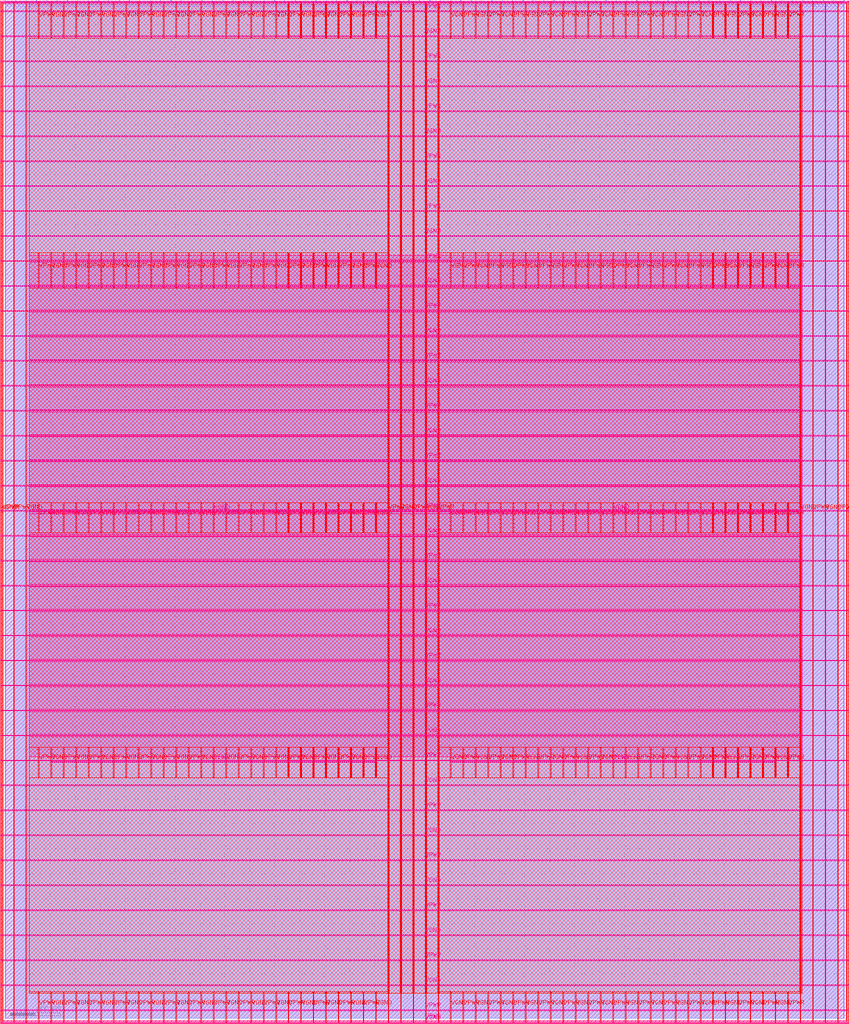
<source format=lef>
VERSION 5.7 ;
  NOWIREEXTENSIONATPIN ON ;
  DIVIDERCHAR "/" ;
  BUSBITCHARS "[]" ;
MACRO SRAM16K
  CLASS BLOCK ;
  FOREIGN SRAM16K ;
  ORIGIN 0.000 0.000 ;
  SIZE 1700.000 BY 2050.000 ;
  PIN VGND
    DIRECTION INPUT ;
    USE GROUND ;
    PORT
      LAYER met5 ;
        RECT 0.940 0.780 1698.760 2.380 ;
    END
    PORT
      LAYER met5 ;
        RECT 0.940 76.490 1698.760 78.090 ;
    END
    PORT
      LAYER met5 ;
        RECT 0.940 176.490 1698.760 178.090 ;
    END
    PORT
      LAYER met5 ;
        RECT 0.940 276.490 1698.760 278.090 ;
    END
    PORT
      LAYER met5 ;
        RECT 0.940 376.490 1698.760 378.090 ;
    END
    PORT
      LAYER met5 ;
        RECT 0.940 476.490 1698.760 478.090 ;
    END
    PORT
      LAYER met5 ;
        RECT 101.560 523.290 753.160 524.890 ;
    END
    PORT
      LAYER met5 ;
        RECT 901.560 523.290 1553.160 524.890 ;
    END
    PORT
      LAYER met5 ;
        RECT 0.940 576.490 1698.760 578.090 ;
    END
    PORT
      LAYER met5 ;
        RECT 0.940 676.490 1698.760 678.090 ;
    END
    PORT
      LAYER met5 ;
        RECT 0.940 776.490 1698.760 778.090 ;
    END
    PORT
      LAYER met5 ;
        RECT 0.940 876.490 1698.760 878.090 ;
    END
    PORT
      LAYER met5 ;
        RECT 0.940 976.490 1698.760 978.090 ;
    END
    PORT
      LAYER met5 ;
        RECT 101.560 1023.290 753.160 1024.890 ;
    END
    PORT
      LAYER met5 ;
        RECT 901.560 1023.290 1553.160 1024.890 ;
    END
    PORT
      LAYER met5 ;
        RECT 0.940 1076.490 1698.760 1078.090 ;
    END
    PORT
      LAYER met5 ;
        RECT 0.940 1176.490 1698.760 1178.090 ;
    END
    PORT
      LAYER met5 ;
        RECT 0.940 1276.490 1698.760 1278.090 ;
    END
    PORT
      LAYER met5 ;
        RECT 0.940 1376.490 1698.760 1378.090 ;
    END
    PORT
      LAYER met5 ;
        RECT 0.940 1476.490 1698.760 1478.090 ;
    END
    PORT
      LAYER met5 ;
        RECT 0.940 1576.490 1698.760 1578.090 ;
    END
    PORT
      LAYER met5 ;
        RECT 0.940 1676.490 1698.760 1678.090 ;
    END
    PORT
      LAYER met5 ;
        RECT 0.940 1776.490 1698.760 1778.090 ;
    END
    PORT
      LAYER met5 ;
        RECT 0.940 1876.490 1698.760 1878.090 ;
    END
    PORT
      LAYER met5 ;
        RECT 0.940 1976.490 1698.760 1978.090 ;
    END
    PORT
      LAYER met5 ;
        RECT 0.940 2045.780 1698.760 2047.380 ;
    END
    PORT
      LAYER met4 ;
        RECT 101.560 0.780 103.160 63.240 ;
    END
    PORT
      LAYER met4 ;
        RECT 151.560 0.780 153.160 63.240 ;
    END
    PORT
      LAYER met4 ;
        RECT 201.560 0.780 203.160 63.240 ;
    END
    PORT
      LAYER met4 ;
        RECT 251.560 0.780 253.160 63.240 ;
    END
    PORT
      LAYER met4 ;
        RECT 301.560 0.780 303.160 63.240 ;
    END
    PORT
      LAYER met4 ;
        RECT 351.560 0.780 353.160 63.240 ;
    END
    PORT
      LAYER met4 ;
        RECT 401.560 0.780 403.160 63.240 ;
    END
    PORT
      LAYER met4 ;
        RECT 451.560 0.780 453.160 63.240 ;
    END
    PORT
      LAYER met4 ;
        RECT 501.560 0.780 503.160 63.240 ;
    END
    PORT
      LAYER met4 ;
        RECT 551.560 0.780 553.160 63.240 ;
    END
    PORT
      LAYER met4 ;
        RECT 601.560 0.780 603.160 63.240 ;
    END
    PORT
      LAYER met4 ;
        RECT 651.560 0.780 653.160 63.240 ;
    END
    PORT
      LAYER met4 ;
        RECT 701.560 0.780 703.160 63.240 ;
    END
    PORT
      LAYER met4 ;
        RECT 751.560 0.780 753.160 63.240 ;
    END
    PORT
      LAYER met4 ;
        RECT 901.560 0.780 903.160 63.240 ;
    END
    PORT
      LAYER met4 ;
        RECT 951.560 0.780 953.160 63.240 ;
    END
    PORT
      LAYER met4 ;
        RECT 1001.560 0.780 1003.160 63.240 ;
    END
    PORT
      LAYER met4 ;
        RECT 1051.560 0.780 1053.160 63.240 ;
    END
    PORT
      LAYER met4 ;
        RECT 1101.560 0.780 1103.160 63.240 ;
    END
    PORT
      LAYER met4 ;
        RECT 1151.560 0.780 1153.160 63.240 ;
    END
    PORT
      LAYER met4 ;
        RECT 1201.560 0.780 1203.160 63.240 ;
    END
    PORT
      LAYER met4 ;
        RECT 1251.560 0.780 1253.160 63.240 ;
    END
    PORT
      LAYER met4 ;
        RECT 1301.560 0.780 1303.160 63.240 ;
    END
    PORT
      LAYER met4 ;
        RECT 1351.560 0.780 1353.160 63.240 ;
    END
    PORT
      LAYER met4 ;
        RECT 1401.560 0.780 1403.160 63.240 ;
    END
    PORT
      LAYER met4 ;
        RECT 1451.560 0.780 1453.160 63.240 ;
    END
    PORT
      LAYER met4 ;
        RECT 1501.560 0.780 1503.160 63.240 ;
    END
    PORT
      LAYER met4 ;
        RECT 1551.560 0.780 1553.160 63.240 ;
    END
    PORT
      LAYER met4 ;
        RECT 101.560 493.300 103.160 553.240 ;
    END
    PORT
      LAYER met4 ;
        RECT 151.560 493.300 153.160 553.240 ;
    END
    PORT
      LAYER met4 ;
        RECT 201.560 493.300 203.160 553.240 ;
    END
    PORT
      LAYER met4 ;
        RECT 251.560 493.300 253.160 553.240 ;
    END
    PORT
      LAYER met4 ;
        RECT 301.560 493.300 303.160 553.240 ;
    END
    PORT
      LAYER met4 ;
        RECT 351.560 493.300 353.160 553.240 ;
    END
    PORT
      LAYER met4 ;
        RECT 401.560 493.300 403.160 553.240 ;
    END
    PORT
      LAYER met4 ;
        RECT 451.560 493.300 453.160 553.240 ;
    END
    PORT
      LAYER met4 ;
        RECT 501.560 493.300 503.160 553.240 ;
    END
    PORT
      LAYER met4 ;
        RECT 551.560 493.300 553.160 553.240 ;
    END
    PORT
      LAYER met4 ;
        RECT 601.560 493.300 603.160 553.240 ;
    END
    PORT
      LAYER met4 ;
        RECT 651.560 493.300 653.160 553.240 ;
    END
    PORT
      LAYER met4 ;
        RECT 701.560 493.300 703.160 553.240 ;
    END
    PORT
      LAYER met4 ;
        RECT 751.560 493.300 753.160 553.240 ;
    END
    PORT
      LAYER met4 ;
        RECT 901.560 493.300 903.160 553.240 ;
    END
    PORT
      LAYER met4 ;
        RECT 951.560 493.300 953.160 553.240 ;
    END
    PORT
      LAYER met4 ;
        RECT 1001.560 493.300 1003.160 553.240 ;
    END
    PORT
      LAYER met4 ;
        RECT 1051.560 493.300 1053.160 553.240 ;
    END
    PORT
      LAYER met4 ;
        RECT 1101.560 493.300 1103.160 553.240 ;
    END
    PORT
      LAYER met4 ;
        RECT 1151.560 493.300 1153.160 553.240 ;
    END
    PORT
      LAYER met4 ;
        RECT 1201.560 493.300 1203.160 553.240 ;
    END
    PORT
      LAYER met4 ;
        RECT 1251.560 493.300 1253.160 553.240 ;
    END
    PORT
      LAYER met4 ;
        RECT 1301.560 493.300 1303.160 553.240 ;
    END
    PORT
      LAYER met4 ;
        RECT 1351.560 493.300 1353.160 553.240 ;
    END
    PORT
      LAYER met4 ;
        RECT 1401.560 493.300 1403.160 553.240 ;
    END
    PORT
      LAYER met4 ;
        RECT 1451.560 493.300 1453.160 553.240 ;
    END
    PORT
      LAYER met4 ;
        RECT 1501.560 493.300 1503.160 553.240 ;
    END
    PORT
      LAYER met4 ;
        RECT 1551.560 493.300 1553.160 553.240 ;
    END
    PORT
      LAYER met4 ;
        RECT 101.560 983.300 103.160 1043.240 ;
    END
    PORT
      LAYER met4 ;
        RECT 151.560 983.300 153.160 1043.240 ;
    END
    PORT
      LAYER met4 ;
        RECT 201.560 983.300 203.160 1043.240 ;
    END
    PORT
      LAYER met4 ;
        RECT 251.560 983.300 253.160 1043.240 ;
    END
    PORT
      LAYER met4 ;
        RECT 301.560 983.300 303.160 1043.240 ;
    END
    PORT
      LAYER met4 ;
        RECT 351.560 983.300 353.160 1043.240 ;
    END
    PORT
      LAYER met4 ;
        RECT 401.560 983.300 403.160 1043.240 ;
    END
    PORT
      LAYER met4 ;
        RECT 451.560 983.300 453.160 1043.240 ;
    END
    PORT
      LAYER met4 ;
        RECT 501.560 983.300 503.160 1043.240 ;
    END
    PORT
      LAYER met4 ;
        RECT 551.560 983.300 553.160 1043.240 ;
    END
    PORT
      LAYER met4 ;
        RECT 601.560 983.300 603.160 1043.240 ;
    END
    PORT
      LAYER met4 ;
        RECT 651.560 983.300 653.160 1043.240 ;
    END
    PORT
      LAYER met4 ;
        RECT 701.560 983.300 703.160 1043.240 ;
    END
    PORT
      LAYER met4 ;
        RECT 751.560 983.300 753.160 1043.240 ;
    END
    PORT
      LAYER met4 ;
        RECT 901.560 983.300 903.160 1043.240 ;
    END
    PORT
      LAYER met4 ;
        RECT 951.560 983.300 953.160 1043.240 ;
    END
    PORT
      LAYER met4 ;
        RECT 1001.560 983.300 1003.160 1043.240 ;
    END
    PORT
      LAYER met4 ;
        RECT 1051.560 983.300 1053.160 1043.240 ;
    END
    PORT
      LAYER met4 ;
        RECT 1101.560 983.300 1103.160 1043.240 ;
    END
    PORT
      LAYER met4 ;
        RECT 1151.560 983.300 1153.160 1043.240 ;
    END
    PORT
      LAYER met4 ;
        RECT 1201.560 983.300 1203.160 1043.240 ;
    END
    PORT
      LAYER met4 ;
        RECT 1251.560 983.300 1253.160 1043.240 ;
    END
    PORT
      LAYER met4 ;
        RECT 1301.560 983.300 1303.160 1043.240 ;
    END
    PORT
      LAYER met4 ;
        RECT 1351.560 983.300 1353.160 1043.240 ;
    END
    PORT
      LAYER met4 ;
        RECT 1401.560 983.300 1403.160 1043.240 ;
    END
    PORT
      LAYER met4 ;
        RECT 1451.560 983.300 1453.160 1043.240 ;
    END
    PORT
      LAYER met4 ;
        RECT 1501.560 983.300 1503.160 1043.240 ;
    END
    PORT
      LAYER met4 ;
        RECT 1551.560 983.300 1553.160 1043.240 ;
    END
    PORT
      LAYER met4 ;
        RECT 101.560 1473.300 103.160 1543.240 ;
    END
    PORT
      LAYER met4 ;
        RECT 151.560 1473.300 153.160 1543.240 ;
    END
    PORT
      LAYER met4 ;
        RECT 201.560 1473.300 203.160 1543.240 ;
    END
    PORT
      LAYER met4 ;
        RECT 251.560 1473.300 253.160 1543.240 ;
    END
    PORT
      LAYER met4 ;
        RECT 301.560 1473.300 303.160 1543.240 ;
    END
    PORT
      LAYER met4 ;
        RECT 351.560 1473.300 353.160 1543.240 ;
    END
    PORT
      LAYER met4 ;
        RECT 401.560 1473.300 403.160 1543.240 ;
    END
    PORT
      LAYER met4 ;
        RECT 451.560 1473.300 453.160 1543.240 ;
    END
    PORT
      LAYER met4 ;
        RECT 501.560 1473.300 503.160 1543.240 ;
    END
    PORT
      LAYER met4 ;
        RECT 551.560 1473.300 553.160 1543.240 ;
    END
    PORT
      LAYER met4 ;
        RECT 601.560 1473.300 603.160 1543.240 ;
    END
    PORT
      LAYER met4 ;
        RECT 651.560 1473.300 653.160 1543.240 ;
    END
    PORT
      LAYER met4 ;
        RECT 701.560 1473.300 703.160 1543.240 ;
    END
    PORT
      LAYER met4 ;
        RECT 751.560 1473.300 753.160 1543.240 ;
    END
    PORT
      LAYER met4 ;
        RECT 901.560 1473.300 903.160 1543.240 ;
    END
    PORT
      LAYER met4 ;
        RECT 951.560 1473.300 953.160 1543.240 ;
    END
    PORT
      LAYER met4 ;
        RECT 1001.560 1473.300 1003.160 1543.240 ;
    END
    PORT
      LAYER met4 ;
        RECT 1051.560 1473.300 1053.160 1543.240 ;
    END
    PORT
      LAYER met4 ;
        RECT 1101.560 1473.300 1103.160 1543.240 ;
    END
    PORT
      LAYER met4 ;
        RECT 1151.560 1473.300 1153.160 1543.240 ;
    END
    PORT
      LAYER met4 ;
        RECT 1201.560 1473.300 1203.160 1543.240 ;
    END
    PORT
      LAYER met4 ;
        RECT 1251.560 1473.300 1253.160 1543.240 ;
    END
    PORT
      LAYER met4 ;
        RECT 1301.560 1473.300 1303.160 1543.240 ;
    END
    PORT
      LAYER met4 ;
        RECT 1351.560 1473.300 1353.160 1543.240 ;
    END
    PORT
      LAYER met4 ;
        RECT 1401.560 1473.300 1403.160 1543.240 ;
    END
    PORT
      LAYER met4 ;
        RECT 1451.560 1473.300 1453.160 1543.240 ;
    END
    PORT
      LAYER met4 ;
        RECT 1501.560 1473.300 1503.160 1543.240 ;
    END
    PORT
      LAYER met4 ;
        RECT 1551.560 1473.300 1553.160 1543.240 ;
    END
    PORT
      LAYER met4 ;
        RECT 0.940 0.780 2.540 2047.380 ;
    END
    PORT
      LAYER met4 ;
        RECT 51.560 0.780 53.160 2047.380 ;
    END
    PORT
      LAYER met4 ;
        RECT 101.560 1973.300 103.160 2047.380 ;
    END
    PORT
      LAYER met4 ;
        RECT 151.560 1973.300 153.160 2047.380 ;
    END
    PORT
      LAYER met4 ;
        RECT 201.560 1973.300 203.160 2047.380 ;
    END
    PORT
      LAYER met4 ;
        RECT 251.560 1973.300 253.160 2047.380 ;
    END
    PORT
      LAYER met4 ;
        RECT 301.560 1973.300 303.160 2047.380 ;
    END
    PORT
      LAYER met4 ;
        RECT 351.560 1973.300 353.160 2047.380 ;
    END
    PORT
      LAYER met4 ;
        RECT 401.560 1973.300 403.160 2047.380 ;
    END
    PORT
      LAYER met4 ;
        RECT 451.560 1973.300 453.160 2047.380 ;
    END
    PORT
      LAYER met4 ;
        RECT 501.560 1973.300 503.160 2047.380 ;
    END
    PORT
      LAYER met4 ;
        RECT 551.560 1973.300 553.160 2047.380 ;
    END
    PORT
      LAYER met4 ;
        RECT 601.560 1973.300 603.160 2047.380 ;
    END
    PORT
      LAYER met4 ;
        RECT 651.560 1973.300 653.160 2047.380 ;
    END
    PORT
      LAYER met4 ;
        RECT 701.560 1973.300 703.160 2047.380 ;
    END
    PORT
      LAYER met4 ;
        RECT 751.560 1973.300 753.160 2047.380 ;
    END
    PORT
      LAYER met4 ;
        RECT 801.560 0.780 803.160 2047.380 ;
    END
    PORT
      LAYER met4 ;
        RECT 851.560 0.780 853.160 2047.380 ;
    END
    PORT
      LAYER met4 ;
        RECT 901.560 1973.300 903.160 2047.380 ;
    END
    PORT
      LAYER met4 ;
        RECT 951.560 1973.300 953.160 2047.380 ;
    END
    PORT
      LAYER met4 ;
        RECT 1001.560 1973.300 1003.160 2047.380 ;
    END
    PORT
      LAYER met4 ;
        RECT 1051.560 1973.300 1053.160 2047.380 ;
    END
    PORT
      LAYER met4 ;
        RECT 1101.560 1973.300 1103.160 2047.380 ;
    END
    PORT
      LAYER met4 ;
        RECT 1151.560 1973.300 1153.160 2047.380 ;
    END
    PORT
      LAYER met4 ;
        RECT 1201.560 1973.300 1203.160 2047.380 ;
    END
    PORT
      LAYER met4 ;
        RECT 1251.560 1973.300 1253.160 2047.380 ;
    END
    PORT
      LAYER met4 ;
        RECT 1301.560 1973.300 1303.160 2047.380 ;
    END
    PORT
      LAYER met4 ;
        RECT 1351.560 1973.300 1353.160 2047.380 ;
    END
    PORT
      LAYER met4 ;
        RECT 1401.560 1973.300 1403.160 2047.380 ;
    END
    PORT
      LAYER met4 ;
        RECT 1451.560 1973.300 1453.160 2047.380 ;
    END
    PORT
      LAYER met4 ;
        RECT 1501.560 1973.300 1503.160 2047.380 ;
    END
    PORT
      LAYER met4 ;
        RECT 1551.560 1973.300 1553.160 2047.380 ;
    END
    PORT
      LAYER met4 ;
        RECT 1601.560 0.780 1603.160 2047.380 ;
    END
    PORT
      LAYER met4 ;
        RECT 1651.560 0.780 1653.160 2047.380 ;
    END
    PORT
      LAYER met4 ;
        RECT 1697.160 0.780 1698.760 2047.380 ;
    END
  END VGND
  PIN VPWR
    DIRECTION INPUT ;
    USE POWER ;
    PORT
      LAYER met5 ;
        RECT 4.240 4.080 1695.460 5.680 ;
    END
    PORT
      LAYER met5 ;
        RECT 0.940 26.490 1698.760 28.090 ;
    END
    PORT
      LAYER met5 ;
        RECT 0.940 126.490 1698.760 128.090 ;
    END
    PORT
      LAYER met5 ;
        RECT 0.940 226.490 1698.760 228.090 ;
    END
    PORT
      LAYER met5 ;
        RECT 0.940 326.490 1698.760 328.090 ;
    END
    PORT
      LAYER met5 ;
        RECT 0.940 426.490 1698.760 428.090 ;
    END
    PORT
      LAYER met5 ;
        RECT 0.940 526.490 1698.760 528.090 ;
    END
    PORT
      LAYER met5 ;
        RECT 0.940 626.490 1698.760 628.090 ;
    END
    PORT
      LAYER met5 ;
        RECT 0.940 726.490 1698.760 728.090 ;
    END
    PORT
      LAYER met5 ;
        RECT 0.940 826.490 1698.760 828.090 ;
    END
    PORT
      LAYER met5 ;
        RECT 0.940 926.490 1698.760 928.090 ;
    END
    PORT
      LAYER met5 ;
        RECT 0.940 1026.490 1698.760 1028.090 ;
    END
    PORT
      LAYER met5 ;
        RECT 0.940 1126.490 1698.760 1128.090 ;
    END
    PORT
      LAYER met5 ;
        RECT 0.940 1226.490 1698.760 1228.090 ;
    END
    PORT
      LAYER met5 ;
        RECT 0.940 1326.490 1698.760 1328.090 ;
    END
    PORT
      LAYER met5 ;
        RECT 0.940 1426.490 1698.760 1428.090 ;
    END
    PORT
      LAYER met5 ;
        RECT 0.940 1526.490 1698.760 1528.090 ;
    END
    PORT
      LAYER met5 ;
        RECT 0.940 1626.490 1698.760 1628.090 ;
    END
    PORT
      LAYER met5 ;
        RECT 0.940 1726.490 1698.760 1728.090 ;
    END
    PORT
      LAYER met5 ;
        RECT 0.940 1826.490 1698.760 1828.090 ;
    END
    PORT
      LAYER met5 ;
        RECT 0.940 1926.490 1698.760 1928.090 ;
    END
    PORT
      LAYER met5 ;
        RECT 0.940 2026.490 1698.760 2028.090 ;
    END
    PORT
      LAYER met5 ;
        RECT 4.240 2042.480 1695.460 2044.080 ;
    END
    PORT
      LAYER met4 ;
        RECT 76.560 0.780 78.160 63.240 ;
    END
    PORT
      LAYER met4 ;
        RECT 126.560 0.780 128.160 63.240 ;
    END
    PORT
      LAYER met4 ;
        RECT 176.560 0.780 178.160 63.240 ;
    END
    PORT
      LAYER met4 ;
        RECT 226.560 0.780 228.160 63.240 ;
    END
    PORT
      LAYER met4 ;
        RECT 276.560 0.780 278.160 63.240 ;
    END
    PORT
      LAYER met4 ;
        RECT 326.560 0.780 328.160 63.240 ;
    END
    PORT
      LAYER met4 ;
        RECT 376.560 0.780 378.160 63.240 ;
    END
    PORT
      LAYER met4 ;
        RECT 426.560 0.780 428.160 63.240 ;
    END
    PORT
      LAYER met4 ;
        RECT 476.560 0.780 478.160 63.240 ;
    END
    PORT
      LAYER met4 ;
        RECT 526.560 0.780 528.160 63.240 ;
    END
    PORT
      LAYER met4 ;
        RECT 576.560 0.780 578.160 63.240 ;
    END
    PORT
      LAYER met4 ;
        RECT 626.560 0.780 628.160 63.240 ;
    END
    PORT
      LAYER met4 ;
        RECT 676.560 0.780 678.160 63.240 ;
    END
    PORT
      LAYER met4 ;
        RECT 726.560 0.780 728.160 63.240 ;
    END
    PORT
      LAYER met4 ;
        RECT 926.560 0.780 928.160 63.240 ;
    END
    PORT
      LAYER met4 ;
        RECT 976.560 0.780 978.160 63.240 ;
    END
    PORT
      LAYER met4 ;
        RECT 1026.560 0.780 1028.160 63.240 ;
    END
    PORT
      LAYER met4 ;
        RECT 1076.560 0.780 1078.160 63.240 ;
    END
    PORT
      LAYER met4 ;
        RECT 1126.560 0.780 1128.160 63.240 ;
    END
    PORT
      LAYER met4 ;
        RECT 1176.560 0.780 1178.160 63.240 ;
    END
    PORT
      LAYER met4 ;
        RECT 1226.560 0.780 1228.160 63.240 ;
    END
    PORT
      LAYER met4 ;
        RECT 1276.560 0.780 1278.160 63.240 ;
    END
    PORT
      LAYER met4 ;
        RECT 1326.560 0.780 1328.160 63.240 ;
    END
    PORT
      LAYER met4 ;
        RECT 1376.560 0.780 1378.160 63.240 ;
    END
    PORT
      LAYER met4 ;
        RECT 1426.560 0.780 1428.160 63.240 ;
    END
    PORT
      LAYER met4 ;
        RECT 1476.560 0.780 1478.160 63.240 ;
    END
    PORT
      LAYER met4 ;
        RECT 1526.560 0.780 1528.160 63.240 ;
    END
    PORT
      LAYER met4 ;
        RECT 1576.560 0.780 1578.160 63.240 ;
    END
    PORT
      LAYER met4 ;
        RECT 76.560 493.300 78.160 553.240 ;
    END
    PORT
      LAYER met4 ;
        RECT 126.560 493.300 128.160 553.240 ;
    END
    PORT
      LAYER met4 ;
        RECT 176.560 493.300 178.160 553.240 ;
    END
    PORT
      LAYER met4 ;
        RECT 226.560 493.300 228.160 553.240 ;
    END
    PORT
      LAYER met4 ;
        RECT 276.560 493.300 278.160 553.240 ;
    END
    PORT
      LAYER met4 ;
        RECT 326.560 493.300 328.160 553.240 ;
    END
    PORT
      LAYER met4 ;
        RECT 376.560 493.300 378.160 553.240 ;
    END
    PORT
      LAYER met4 ;
        RECT 426.560 493.300 428.160 553.240 ;
    END
    PORT
      LAYER met4 ;
        RECT 476.560 493.300 478.160 553.240 ;
    END
    PORT
      LAYER met4 ;
        RECT 526.560 493.300 528.160 553.240 ;
    END
    PORT
      LAYER met4 ;
        RECT 576.560 493.300 578.160 553.240 ;
    END
    PORT
      LAYER met4 ;
        RECT 626.560 493.300 628.160 553.240 ;
    END
    PORT
      LAYER met4 ;
        RECT 676.560 493.300 678.160 553.240 ;
    END
    PORT
      LAYER met4 ;
        RECT 726.560 493.300 728.160 553.240 ;
    END
    PORT
      LAYER met4 ;
        RECT 926.560 493.300 928.160 553.240 ;
    END
    PORT
      LAYER met4 ;
        RECT 976.560 493.300 978.160 553.240 ;
    END
    PORT
      LAYER met4 ;
        RECT 1026.560 493.300 1028.160 553.240 ;
    END
    PORT
      LAYER met4 ;
        RECT 1076.560 493.300 1078.160 553.240 ;
    END
    PORT
      LAYER met4 ;
        RECT 1126.560 493.300 1128.160 553.240 ;
    END
    PORT
      LAYER met4 ;
        RECT 1176.560 493.300 1178.160 553.240 ;
    END
    PORT
      LAYER met4 ;
        RECT 1226.560 493.300 1228.160 553.240 ;
    END
    PORT
      LAYER met4 ;
        RECT 1276.560 493.300 1278.160 553.240 ;
    END
    PORT
      LAYER met4 ;
        RECT 1326.560 493.300 1328.160 553.240 ;
    END
    PORT
      LAYER met4 ;
        RECT 1376.560 493.300 1378.160 553.240 ;
    END
    PORT
      LAYER met4 ;
        RECT 1426.560 493.300 1428.160 553.240 ;
    END
    PORT
      LAYER met4 ;
        RECT 1476.560 493.300 1478.160 553.240 ;
    END
    PORT
      LAYER met4 ;
        RECT 1526.560 493.300 1528.160 553.240 ;
    END
    PORT
      LAYER met4 ;
        RECT 1576.560 493.300 1578.160 553.240 ;
    END
    PORT
      LAYER met4 ;
        RECT 76.560 983.300 78.160 1043.240 ;
    END
    PORT
      LAYER met4 ;
        RECT 126.560 983.300 128.160 1043.240 ;
    END
    PORT
      LAYER met4 ;
        RECT 176.560 983.300 178.160 1043.240 ;
    END
    PORT
      LAYER met4 ;
        RECT 226.560 983.300 228.160 1043.240 ;
    END
    PORT
      LAYER met4 ;
        RECT 276.560 983.300 278.160 1043.240 ;
    END
    PORT
      LAYER met4 ;
        RECT 326.560 983.300 328.160 1043.240 ;
    END
    PORT
      LAYER met4 ;
        RECT 376.560 983.300 378.160 1043.240 ;
    END
    PORT
      LAYER met4 ;
        RECT 426.560 983.300 428.160 1043.240 ;
    END
    PORT
      LAYER met4 ;
        RECT 476.560 983.300 478.160 1043.240 ;
    END
    PORT
      LAYER met4 ;
        RECT 526.560 983.300 528.160 1043.240 ;
    END
    PORT
      LAYER met4 ;
        RECT 576.560 983.300 578.160 1043.240 ;
    END
    PORT
      LAYER met4 ;
        RECT 626.560 983.300 628.160 1043.240 ;
    END
    PORT
      LAYER met4 ;
        RECT 676.560 983.300 678.160 1043.240 ;
    END
    PORT
      LAYER met4 ;
        RECT 726.560 983.300 728.160 1043.240 ;
    END
    PORT
      LAYER met4 ;
        RECT 926.560 983.300 928.160 1043.240 ;
    END
    PORT
      LAYER met4 ;
        RECT 976.560 983.300 978.160 1043.240 ;
    END
    PORT
      LAYER met4 ;
        RECT 1026.560 983.300 1028.160 1043.240 ;
    END
    PORT
      LAYER met4 ;
        RECT 1076.560 983.300 1078.160 1043.240 ;
    END
    PORT
      LAYER met4 ;
        RECT 1126.560 983.300 1128.160 1043.240 ;
    END
    PORT
      LAYER met4 ;
        RECT 1176.560 983.300 1178.160 1043.240 ;
    END
    PORT
      LAYER met4 ;
        RECT 1226.560 983.300 1228.160 1043.240 ;
    END
    PORT
      LAYER met4 ;
        RECT 1276.560 983.300 1278.160 1043.240 ;
    END
    PORT
      LAYER met4 ;
        RECT 1326.560 983.300 1328.160 1043.240 ;
    END
    PORT
      LAYER met4 ;
        RECT 1376.560 983.300 1378.160 1043.240 ;
    END
    PORT
      LAYER met4 ;
        RECT 1426.560 983.300 1428.160 1043.240 ;
    END
    PORT
      LAYER met4 ;
        RECT 1476.560 983.300 1478.160 1043.240 ;
    END
    PORT
      LAYER met4 ;
        RECT 1526.560 983.300 1528.160 1043.240 ;
    END
    PORT
      LAYER met4 ;
        RECT 1576.560 983.300 1578.160 1043.240 ;
    END
    PORT
      LAYER met4 ;
        RECT 76.560 1473.300 78.160 1543.240 ;
    END
    PORT
      LAYER met4 ;
        RECT 126.560 1473.300 128.160 1543.240 ;
    END
    PORT
      LAYER met4 ;
        RECT 176.560 1473.300 178.160 1543.240 ;
    END
    PORT
      LAYER met4 ;
        RECT 226.560 1473.300 228.160 1543.240 ;
    END
    PORT
      LAYER met4 ;
        RECT 276.560 1473.300 278.160 1543.240 ;
    END
    PORT
      LAYER met4 ;
        RECT 326.560 1473.300 328.160 1543.240 ;
    END
    PORT
      LAYER met4 ;
        RECT 376.560 1473.300 378.160 1543.240 ;
    END
    PORT
      LAYER met4 ;
        RECT 426.560 1473.300 428.160 1543.240 ;
    END
    PORT
      LAYER met4 ;
        RECT 476.560 1473.300 478.160 1543.240 ;
    END
    PORT
      LAYER met4 ;
        RECT 526.560 1473.300 528.160 1543.240 ;
    END
    PORT
      LAYER met4 ;
        RECT 576.560 1473.300 578.160 1543.240 ;
    END
    PORT
      LAYER met4 ;
        RECT 626.560 1473.300 628.160 1543.240 ;
    END
    PORT
      LAYER met4 ;
        RECT 676.560 1473.300 678.160 1543.240 ;
    END
    PORT
      LAYER met4 ;
        RECT 726.560 1473.300 728.160 1543.240 ;
    END
    PORT
      LAYER met4 ;
        RECT 926.560 1473.300 928.160 1543.240 ;
    END
    PORT
      LAYER met4 ;
        RECT 976.560 1473.300 978.160 1543.240 ;
    END
    PORT
      LAYER met4 ;
        RECT 1026.560 1473.300 1028.160 1543.240 ;
    END
    PORT
      LAYER met4 ;
        RECT 1076.560 1473.300 1078.160 1543.240 ;
    END
    PORT
      LAYER met4 ;
        RECT 1126.560 1473.300 1128.160 1543.240 ;
    END
    PORT
      LAYER met4 ;
        RECT 1176.560 1473.300 1178.160 1543.240 ;
    END
    PORT
      LAYER met4 ;
        RECT 1226.560 1473.300 1228.160 1543.240 ;
    END
    PORT
      LAYER met4 ;
        RECT 1276.560 1473.300 1278.160 1543.240 ;
    END
    PORT
      LAYER met4 ;
        RECT 1326.560 1473.300 1328.160 1543.240 ;
    END
    PORT
      LAYER met4 ;
        RECT 1376.560 1473.300 1378.160 1543.240 ;
    END
    PORT
      LAYER met4 ;
        RECT 1426.560 1473.300 1428.160 1543.240 ;
    END
    PORT
      LAYER met4 ;
        RECT 1476.560 1473.300 1478.160 1543.240 ;
    END
    PORT
      LAYER met4 ;
        RECT 1526.560 1473.300 1528.160 1543.240 ;
    END
    PORT
      LAYER met4 ;
        RECT 1576.560 1473.300 1578.160 1543.240 ;
    END
    PORT
      LAYER met4 ;
        RECT 4.240 4.080 5.840 2044.080 ;
    END
    PORT
      LAYER met4 ;
        RECT 1693.860 4.080 1695.460 2044.080 ;
    END
    PORT
      LAYER met4 ;
        RECT 26.560 0.780 28.160 2047.380 ;
    END
    PORT
      LAYER met4 ;
        RECT 76.560 1973.300 78.160 2047.380 ;
    END
    PORT
      LAYER met4 ;
        RECT 126.560 1973.300 128.160 2047.380 ;
    END
    PORT
      LAYER met4 ;
        RECT 176.560 1973.300 178.160 2047.380 ;
    END
    PORT
      LAYER met4 ;
        RECT 226.560 1973.300 228.160 2047.380 ;
    END
    PORT
      LAYER met4 ;
        RECT 276.560 1973.300 278.160 2047.380 ;
    END
    PORT
      LAYER met4 ;
        RECT 326.560 1973.300 328.160 2047.380 ;
    END
    PORT
      LAYER met4 ;
        RECT 376.560 1973.300 378.160 2047.380 ;
    END
    PORT
      LAYER met4 ;
        RECT 426.560 1973.300 428.160 2047.380 ;
    END
    PORT
      LAYER met4 ;
        RECT 476.560 1973.300 478.160 2047.380 ;
    END
    PORT
      LAYER met4 ;
        RECT 526.560 1973.300 528.160 2047.380 ;
    END
    PORT
      LAYER met4 ;
        RECT 576.560 1973.300 578.160 2047.380 ;
    END
    PORT
      LAYER met4 ;
        RECT 626.560 1973.300 628.160 2047.380 ;
    END
    PORT
      LAYER met4 ;
        RECT 676.560 1973.300 678.160 2047.380 ;
    END
    PORT
      LAYER met4 ;
        RECT 726.560 1973.300 728.160 2047.380 ;
    END
    PORT
      LAYER met4 ;
        RECT 776.560 0.780 778.160 2047.380 ;
    END
    PORT
      LAYER met4 ;
        RECT 826.560 0.780 828.160 2047.380 ;
    END
    PORT
      LAYER met4 ;
        RECT 876.560 0.780 878.160 2047.380 ;
    END
    PORT
      LAYER met4 ;
        RECT 926.560 1973.300 928.160 2047.380 ;
    END
    PORT
      LAYER met4 ;
        RECT 976.560 1973.300 978.160 2047.380 ;
    END
    PORT
      LAYER met4 ;
        RECT 1026.560 1973.300 1028.160 2047.380 ;
    END
    PORT
      LAYER met4 ;
        RECT 1076.560 1973.300 1078.160 2047.380 ;
    END
    PORT
      LAYER met4 ;
        RECT 1126.560 1973.300 1128.160 2047.380 ;
    END
    PORT
      LAYER met4 ;
        RECT 1176.560 1973.300 1178.160 2047.380 ;
    END
    PORT
      LAYER met4 ;
        RECT 1226.560 1973.300 1228.160 2047.380 ;
    END
    PORT
      LAYER met4 ;
        RECT 1276.560 1973.300 1278.160 2047.380 ;
    END
    PORT
      LAYER met4 ;
        RECT 1326.560 1973.300 1328.160 2047.380 ;
    END
    PORT
      LAYER met4 ;
        RECT 1376.560 1973.300 1378.160 2047.380 ;
    END
    PORT
      LAYER met4 ;
        RECT 1426.560 1973.300 1428.160 2047.380 ;
    END
    PORT
      LAYER met4 ;
        RECT 1476.560 1973.300 1478.160 2047.380 ;
    END
    PORT
      LAYER met4 ;
        RECT 1526.560 1973.300 1528.160 2047.380 ;
    END
    PORT
      LAYER met4 ;
        RECT 1576.560 1973.300 1578.160 2047.380 ;
    END
    PORT
      LAYER met4 ;
        RECT 1626.560 0.780 1628.160 2047.380 ;
    END
    PORT
      LAYER met4 ;
        RECT 1676.560 0.780 1678.160 2047.380 ;
    END
  END VPWR
  PIN addr[0]
    DIRECTION INPUT ;
    USE SIGNAL ;
    PORT
      LAYER met2 ;
        RECT 1461.510 2046.000 1461.790 2050.000 ;
    END
  END addr[0]
  PIN addr[10]
    DIRECTION INPUT ;
    USE SIGNAL ;
    PORT
      LAYER met2 ;
        RECT 1668.510 2046.000 1668.790 2050.000 ;
    END
  END addr[10]
  PIN addr[11]
    DIRECTION INPUT ;
    USE SIGNAL ;
    PORT
      LAYER met2 ;
        RECT 1689.210 2046.000 1689.490 2050.000 ;
    END
  END addr[11]
  PIN addr[1]
    DIRECTION INPUT ;
    USE SIGNAL ;
    PORT
      LAYER met2 ;
        RECT 1482.210 2046.000 1482.490 2050.000 ;
    END
  END addr[1]
  PIN addr[2]
    DIRECTION INPUT ;
    USE SIGNAL ;
    PORT
      LAYER met2 ;
        RECT 1502.910 2046.000 1503.190 2050.000 ;
    END
  END addr[2]
  PIN addr[3]
    DIRECTION INPUT ;
    USE SIGNAL ;
    PORT
      LAYER met2 ;
        RECT 1523.610 2046.000 1523.890 2050.000 ;
    END
  END addr[3]
  PIN addr[4]
    DIRECTION INPUT ;
    USE SIGNAL ;
    PORT
      LAYER met2 ;
        RECT 1544.310 2046.000 1544.590 2050.000 ;
    END
  END addr[4]
  PIN addr[5]
    DIRECTION INPUT ;
    USE SIGNAL ;
    PORT
      LAYER met2 ;
        RECT 1565.010 2046.000 1565.290 2050.000 ;
    END
  END addr[5]
  PIN addr[6]
    DIRECTION INPUT ;
    USE SIGNAL ;
    PORT
      LAYER met2 ;
        RECT 1585.710 2046.000 1585.990 2050.000 ;
    END
  END addr[6]
  PIN addr[7]
    DIRECTION INPUT ;
    USE SIGNAL ;
    PORT
      LAYER met2 ;
        RECT 1606.410 2046.000 1606.690 2050.000 ;
    END
  END addr[7]
  PIN addr[8]
    DIRECTION INPUT ;
    USE SIGNAL ;
    PORT
      LAYER met2 ;
        RECT 1627.110 2046.000 1627.390 2050.000 ;
    END
  END addr[8]
  PIN addr[9]
    DIRECTION INPUT ;
    USE SIGNAL ;
    PORT
      LAYER met2 ;
        RECT 1647.810 2046.000 1648.090 2050.000 ;
    END
  END addr[9]
  PIN clk
    DIRECTION INPUT ;
    USE SIGNAL ;
    PORT
      LAYER met2 ;
        RECT 756.330 2046.000 756.610 2050.000 ;
    END
  END clk
  PIN cs
    DIRECTION INPUT ;
    USE SIGNAL ;
    PORT
      LAYER met2 ;
        RECT 1440.810 2046.000 1441.090 2050.000 ;
    END
  END cs
  PIN rdata[0]
    DIRECTION OUTPUT TRISTATE ;
    USE SIGNAL ;
    PORT
      LAYER met2 ;
        RECT 10.210 2046.000 10.490 2050.000 ;
    END
  END rdata[0]
  PIN rdata[10]
    DIRECTION OUTPUT TRISTATE ;
    USE SIGNAL ;
    PORT
      LAYER met2 ;
        RECT 217.210 2046.000 217.490 2050.000 ;
    END
  END rdata[10]
  PIN rdata[11]
    DIRECTION OUTPUT TRISTATE ;
    USE SIGNAL ;
    PORT
      LAYER met2 ;
        RECT 237.910 2046.000 238.190 2050.000 ;
    END
  END rdata[11]
  PIN rdata[12]
    DIRECTION OUTPUT TRISTATE ;
    USE SIGNAL ;
    PORT
      LAYER met2 ;
        RECT 258.610 2046.000 258.890 2050.000 ;
    END
  END rdata[12]
  PIN rdata[13]
    DIRECTION OUTPUT TRISTATE ;
    USE SIGNAL ;
    PORT
      LAYER met2 ;
        RECT 279.310 2046.000 279.590 2050.000 ;
    END
  END rdata[13]
  PIN rdata[14]
    DIRECTION OUTPUT TRISTATE ;
    USE SIGNAL ;
    PORT
      LAYER met2 ;
        RECT 300.470 2046.000 300.750 2050.000 ;
    END
  END rdata[14]
  PIN rdata[15]
    DIRECTION OUTPUT TRISTATE ;
    USE SIGNAL ;
    PORT
      LAYER met2 ;
        RECT 321.170 2046.000 321.450 2050.000 ;
    END
  END rdata[15]
  PIN rdata[16]
    DIRECTION OUTPUT TRISTATE ;
    USE SIGNAL ;
    PORT
      LAYER met2 ;
        RECT 341.870 2046.000 342.150 2050.000 ;
    END
  END rdata[16]
  PIN rdata[17]
    DIRECTION OUTPUT TRISTATE ;
    USE SIGNAL ;
    PORT
      LAYER met2 ;
        RECT 362.570 2046.000 362.850 2050.000 ;
    END
  END rdata[17]
  PIN rdata[18]
    DIRECTION OUTPUT TRISTATE ;
    USE SIGNAL ;
    PORT
      LAYER met2 ;
        RECT 383.270 2046.000 383.550 2050.000 ;
    END
  END rdata[18]
  PIN rdata[19]
    DIRECTION OUTPUT TRISTATE ;
    USE SIGNAL ;
    PORT
      LAYER met2 ;
        RECT 403.970 2046.000 404.250 2050.000 ;
    END
  END rdata[19]
  PIN rdata[1]
    DIRECTION OUTPUT TRISTATE ;
    USE SIGNAL ;
    PORT
      LAYER met2 ;
        RECT 30.910 2046.000 31.190 2050.000 ;
    END
  END rdata[1]
  PIN rdata[20]
    DIRECTION OUTPUT TRISTATE ;
    USE SIGNAL ;
    PORT
      LAYER met2 ;
        RECT 424.670 2046.000 424.950 2050.000 ;
    END
  END rdata[20]
  PIN rdata[21]
    DIRECTION OUTPUT TRISTATE ;
    USE SIGNAL ;
    PORT
      LAYER met2 ;
        RECT 445.370 2046.000 445.650 2050.000 ;
    END
  END rdata[21]
  PIN rdata[22]
    DIRECTION OUTPUT TRISTATE ;
    USE SIGNAL ;
    PORT
      LAYER met2 ;
        RECT 466.070 2046.000 466.350 2050.000 ;
    END
  END rdata[22]
  PIN rdata[23]
    DIRECTION OUTPUT TRISTATE ;
    USE SIGNAL ;
    PORT
      LAYER met2 ;
        RECT 486.770 2046.000 487.050 2050.000 ;
    END
  END rdata[23]
  PIN rdata[24]
    DIRECTION OUTPUT TRISTATE ;
    USE SIGNAL ;
    PORT
      LAYER met2 ;
        RECT 507.470 2046.000 507.750 2050.000 ;
    END
  END rdata[24]
  PIN rdata[25]
    DIRECTION OUTPUT TRISTATE ;
    USE SIGNAL ;
    PORT
      LAYER met2 ;
        RECT 528.170 2046.000 528.450 2050.000 ;
    END
  END rdata[25]
  PIN rdata[26]
    DIRECTION OUTPUT TRISTATE ;
    USE SIGNAL ;
    PORT
      LAYER met2 ;
        RECT 548.870 2046.000 549.150 2050.000 ;
    END
  END rdata[26]
  PIN rdata[27]
    DIRECTION OUTPUT TRISTATE ;
    USE SIGNAL ;
    PORT
      LAYER met2 ;
        RECT 569.570 2046.000 569.850 2050.000 ;
    END
  END rdata[27]
  PIN rdata[28]
    DIRECTION OUTPUT TRISTATE ;
    USE SIGNAL ;
    PORT
      LAYER met2 ;
        RECT 590.730 2046.000 591.010 2050.000 ;
    END
  END rdata[28]
  PIN rdata[29]
    DIRECTION OUTPUT TRISTATE ;
    USE SIGNAL ;
    PORT
      LAYER met2 ;
        RECT 611.430 2046.000 611.710 2050.000 ;
    END
  END rdata[29]
  PIN rdata[2]
    DIRECTION OUTPUT TRISTATE ;
    USE SIGNAL ;
    PORT
      LAYER met2 ;
        RECT 51.610 2046.000 51.890 2050.000 ;
    END
  END rdata[2]
  PIN rdata[30]
    DIRECTION OUTPUT TRISTATE ;
    USE SIGNAL ;
    PORT
      LAYER met2 ;
        RECT 632.130 2046.000 632.410 2050.000 ;
    END
  END rdata[30]
  PIN rdata[31]
    DIRECTION OUTPUT TRISTATE ;
    USE SIGNAL ;
    PORT
      LAYER met2 ;
        RECT 652.830 2046.000 653.110 2050.000 ;
    END
  END rdata[31]
  PIN rdata[3]
    DIRECTION OUTPUT TRISTATE ;
    USE SIGNAL ;
    PORT
      LAYER met2 ;
        RECT 72.310 2046.000 72.590 2050.000 ;
    END
  END rdata[3]
  PIN rdata[4]
    DIRECTION OUTPUT TRISTATE ;
    USE SIGNAL ;
    PORT
      LAYER met2 ;
        RECT 93.010 2046.000 93.290 2050.000 ;
    END
  END rdata[4]
  PIN rdata[5]
    DIRECTION OUTPUT TRISTATE ;
    USE SIGNAL ;
    PORT
      LAYER met2 ;
        RECT 113.710 2046.000 113.990 2050.000 ;
    END
  END rdata[5]
  PIN rdata[6]
    DIRECTION OUTPUT TRISTATE ;
    USE SIGNAL ;
    PORT
      LAYER met2 ;
        RECT 134.410 2046.000 134.690 2050.000 ;
    END
  END rdata[6]
  PIN rdata[7]
    DIRECTION OUTPUT TRISTATE ;
    USE SIGNAL ;
    PORT
      LAYER met2 ;
        RECT 155.110 2046.000 155.390 2050.000 ;
    END
  END rdata[7]
  PIN rdata[8]
    DIRECTION OUTPUT TRISTATE ;
    USE SIGNAL ;
    PORT
      LAYER met2 ;
        RECT 175.810 2046.000 176.090 2050.000 ;
    END
  END rdata[8]
  PIN rdata[9]
    DIRECTION OUTPUT TRISTATE ;
    USE SIGNAL ;
    PORT
      LAYER met2 ;
        RECT 196.510 2046.000 196.790 2050.000 ;
    END
  END rdata[9]
  PIN wdata[0]
    DIRECTION INPUT ;
    USE SIGNAL ;
    PORT
      LAYER met2 ;
        RECT 777.030 2046.000 777.310 2050.000 ;
    END
  END wdata[0]
  PIN wdata[10]
    DIRECTION INPUT ;
    USE SIGNAL ;
    PORT
      LAYER met2 ;
        RECT 984.490 2046.000 984.770 2050.000 ;
    END
  END wdata[10]
  PIN wdata[11]
    DIRECTION INPUT ;
    USE SIGNAL ;
    PORT
      LAYER met2 ;
        RECT 1005.190 2046.000 1005.470 2050.000 ;
    END
  END wdata[11]
  PIN wdata[12]
    DIRECTION INPUT ;
    USE SIGNAL ;
    PORT
      LAYER met2 ;
        RECT 1025.890 2046.000 1026.170 2050.000 ;
    END
  END wdata[12]
  PIN wdata[13]
    DIRECTION INPUT ;
    USE SIGNAL ;
    PORT
      LAYER met2 ;
        RECT 1046.590 2046.000 1046.870 2050.000 ;
    END
  END wdata[13]
  PIN wdata[14]
    DIRECTION INPUT ;
    USE SIGNAL ;
    PORT
      LAYER met2 ;
        RECT 1067.290 2046.000 1067.570 2050.000 ;
    END
  END wdata[14]
  PIN wdata[15]
    DIRECTION INPUT ;
    USE SIGNAL ;
    PORT
      LAYER met2 ;
        RECT 1087.990 2046.000 1088.270 2050.000 ;
    END
  END wdata[15]
  PIN wdata[16]
    DIRECTION INPUT ;
    USE SIGNAL ;
    PORT
      LAYER met2 ;
        RECT 1108.690 2046.000 1108.970 2050.000 ;
    END
  END wdata[16]
  PIN wdata[17]
    DIRECTION INPUT ;
    USE SIGNAL ;
    PORT
      LAYER met2 ;
        RECT 1129.390 2046.000 1129.670 2050.000 ;
    END
  END wdata[17]
  PIN wdata[18]
    DIRECTION INPUT ;
    USE SIGNAL ;
    PORT
      LAYER met2 ;
        RECT 1150.550 2046.000 1150.830 2050.000 ;
    END
  END wdata[18]
  PIN wdata[19]
    DIRECTION INPUT ;
    USE SIGNAL ;
    PORT
      LAYER met2 ;
        RECT 1171.250 2046.000 1171.530 2050.000 ;
    END
  END wdata[19]
  PIN wdata[1]
    DIRECTION INPUT ;
    USE SIGNAL ;
    PORT
      LAYER met2 ;
        RECT 797.730 2046.000 798.010 2050.000 ;
    END
  END wdata[1]
  PIN wdata[20]
    DIRECTION INPUT ;
    USE SIGNAL ;
    PORT
      LAYER met2 ;
        RECT 1191.950 2046.000 1192.230 2050.000 ;
    END
  END wdata[20]
  PIN wdata[21]
    DIRECTION INPUT ;
    USE SIGNAL ;
    PORT
      LAYER met2 ;
        RECT 1212.650 2046.000 1212.930 2050.000 ;
    END
  END wdata[21]
  PIN wdata[22]
    DIRECTION INPUT ;
    USE SIGNAL ;
    PORT
      LAYER met2 ;
        RECT 1233.350 2046.000 1233.630 2050.000 ;
    END
  END wdata[22]
  PIN wdata[23]
    DIRECTION INPUT ;
    USE SIGNAL ;
    PORT
      LAYER met2 ;
        RECT 1254.050 2046.000 1254.330 2050.000 ;
    END
  END wdata[23]
  PIN wdata[24]
    DIRECTION INPUT ;
    USE SIGNAL ;
    PORT
      LAYER met2 ;
        RECT 1274.750 2046.000 1275.030 2050.000 ;
    END
  END wdata[24]
  PIN wdata[25]
    DIRECTION INPUT ;
    USE SIGNAL ;
    PORT
      LAYER met2 ;
        RECT 1295.450 2046.000 1295.730 2050.000 ;
    END
  END wdata[25]
  PIN wdata[26]
    DIRECTION INPUT ;
    USE SIGNAL ;
    PORT
      LAYER met2 ;
        RECT 1316.150 2046.000 1316.430 2050.000 ;
    END
  END wdata[26]
  PIN wdata[27]
    DIRECTION INPUT ;
    USE SIGNAL ;
    PORT
      LAYER met2 ;
        RECT 1336.850 2046.000 1337.130 2050.000 ;
    END
  END wdata[27]
  PIN wdata[28]
    DIRECTION INPUT ;
    USE SIGNAL ;
    PORT
      LAYER met2 ;
        RECT 1357.550 2046.000 1357.830 2050.000 ;
    END
  END wdata[28]
  PIN wdata[29]
    DIRECTION INPUT ;
    USE SIGNAL ;
    PORT
      LAYER met2 ;
        RECT 1378.250 2046.000 1378.530 2050.000 ;
    END
  END wdata[29]
  PIN wdata[2]
    DIRECTION INPUT ;
    USE SIGNAL ;
    PORT
      LAYER met2 ;
        RECT 818.430 2046.000 818.710 2050.000 ;
    END
  END wdata[2]
  PIN wdata[30]
    DIRECTION INPUT ;
    USE SIGNAL ;
    PORT
      LAYER met2 ;
        RECT 1398.950 2046.000 1399.230 2050.000 ;
    END
  END wdata[30]
  PIN wdata[31]
    DIRECTION INPUT ;
    USE SIGNAL ;
    PORT
      LAYER met2 ;
        RECT 1419.650 2046.000 1419.930 2050.000 ;
    END
  END wdata[31]
  PIN wdata[3]
    DIRECTION INPUT ;
    USE SIGNAL ;
    PORT
      LAYER met2 ;
        RECT 839.130 2046.000 839.410 2050.000 ;
    END
  END wdata[3]
  PIN wdata[4]
    DIRECTION INPUT ;
    USE SIGNAL ;
    PORT
      LAYER met2 ;
        RECT 860.290 2046.000 860.570 2050.000 ;
    END
  END wdata[4]
  PIN wdata[5]
    DIRECTION INPUT ;
    USE SIGNAL ;
    PORT
      LAYER met2 ;
        RECT 880.990 2046.000 881.270 2050.000 ;
    END
  END wdata[5]
  PIN wdata[6]
    DIRECTION INPUT ;
    USE SIGNAL ;
    PORT
      LAYER met2 ;
        RECT 901.690 2046.000 901.970 2050.000 ;
    END
  END wdata[6]
  PIN wdata[7]
    DIRECTION INPUT ;
    USE SIGNAL ;
    PORT
      LAYER met2 ;
        RECT 922.390 2046.000 922.670 2050.000 ;
    END
  END wdata[7]
  PIN wdata[8]
    DIRECTION INPUT ;
    USE SIGNAL ;
    PORT
      LAYER met2 ;
        RECT 943.090 2046.000 943.370 2050.000 ;
    END
  END wdata[8]
  PIN wdata[9]
    DIRECTION INPUT ;
    USE SIGNAL ;
    PORT
      LAYER met2 ;
        RECT 963.790 2046.000 964.070 2050.000 ;
    END
  END wdata[9]
  PIN wen[0]
    DIRECTION INPUT ;
    USE SIGNAL ;
    PORT
      LAYER met2 ;
        RECT 673.530 2046.000 673.810 2050.000 ;
    END
  END wen[0]
  PIN wen[1]
    DIRECTION INPUT ;
    USE SIGNAL ;
    PORT
      LAYER met2 ;
        RECT 694.230 2046.000 694.510 2050.000 ;
    END
  END wen[1]
  PIN wen[2]
    DIRECTION INPUT ;
    USE SIGNAL ;
    PORT
      LAYER met2 ;
        RECT 714.930 2046.000 715.210 2050.000 ;
    END
  END wen[2]
  PIN wen[3]
    DIRECTION INPUT ;
    USE SIGNAL ;
    PORT
      LAYER met2 ;
        RECT 735.630 2046.000 735.910 2050.000 ;
    END
  END wen[3]
  OBS
      LAYER li1 ;
        RECT 11.040 10.795 1688.660 2037.365 ;
      LAYER met1 ;
        RECT 10.190 10.640 1689.510 2040.640 ;
      LAYER met2 ;
        RECT 10.770 2045.720 30.630 2046.530 ;
        RECT 31.470 2045.720 51.330 2046.530 ;
        RECT 52.170 2045.720 72.030 2046.530 ;
        RECT 72.870 2045.720 92.730 2046.530 ;
        RECT 93.570 2045.720 113.430 2046.530 ;
        RECT 114.270 2045.720 134.130 2046.530 ;
        RECT 134.970 2045.720 154.830 2046.530 ;
        RECT 155.670 2045.720 175.530 2046.530 ;
        RECT 176.370 2045.720 196.230 2046.530 ;
        RECT 197.070 2045.720 216.930 2046.530 ;
        RECT 217.770 2045.720 237.630 2046.530 ;
        RECT 238.470 2045.720 258.330 2046.530 ;
        RECT 259.170 2045.720 279.030 2046.530 ;
        RECT 279.870 2045.720 300.190 2046.530 ;
        RECT 301.030 2045.720 320.890 2046.530 ;
        RECT 321.730 2045.720 341.590 2046.530 ;
        RECT 342.430 2045.720 362.290 2046.530 ;
        RECT 363.130 2045.720 382.990 2046.530 ;
        RECT 383.830 2045.720 403.690 2046.530 ;
        RECT 404.530 2045.720 424.390 2046.530 ;
        RECT 425.230 2045.720 445.090 2046.530 ;
        RECT 445.930 2045.720 465.790 2046.530 ;
        RECT 466.630 2045.720 486.490 2046.530 ;
        RECT 487.330 2045.720 507.190 2046.530 ;
        RECT 508.030 2045.720 527.890 2046.530 ;
        RECT 528.730 2045.720 548.590 2046.530 ;
        RECT 549.430 2045.720 569.290 2046.530 ;
        RECT 570.130 2045.720 590.450 2046.530 ;
        RECT 591.290 2045.720 611.150 2046.530 ;
        RECT 611.990 2045.720 631.850 2046.530 ;
        RECT 632.690 2045.720 652.550 2046.530 ;
        RECT 653.390 2045.720 673.250 2046.530 ;
        RECT 674.090 2045.720 693.950 2046.530 ;
        RECT 694.790 2045.720 714.650 2046.530 ;
        RECT 715.490 2045.720 735.350 2046.530 ;
        RECT 736.190 2045.720 756.050 2046.530 ;
        RECT 756.890 2045.720 776.750 2046.530 ;
        RECT 777.590 2045.720 797.450 2046.530 ;
        RECT 798.290 2045.720 818.150 2046.530 ;
        RECT 818.990 2045.720 838.850 2046.530 ;
        RECT 839.690 2045.720 860.010 2046.530 ;
        RECT 860.850 2045.720 880.710 2046.530 ;
        RECT 881.550 2045.720 901.410 2046.530 ;
        RECT 902.250 2045.720 922.110 2046.530 ;
        RECT 922.950 2045.720 942.810 2046.530 ;
        RECT 943.650 2045.720 963.510 2046.530 ;
        RECT 964.350 2045.720 984.210 2046.530 ;
        RECT 985.050 2045.720 1004.910 2046.530 ;
        RECT 1005.750 2045.720 1025.610 2046.530 ;
        RECT 1026.450 2045.720 1046.310 2046.530 ;
        RECT 1047.150 2045.720 1067.010 2046.530 ;
        RECT 1067.850 2045.720 1087.710 2046.530 ;
        RECT 1088.550 2045.720 1108.410 2046.530 ;
        RECT 1109.250 2045.720 1129.110 2046.530 ;
        RECT 1129.950 2045.720 1150.270 2046.530 ;
        RECT 1151.110 2045.720 1170.970 2046.530 ;
        RECT 1171.810 2045.720 1191.670 2046.530 ;
        RECT 1192.510 2045.720 1212.370 2046.530 ;
        RECT 1213.210 2045.720 1233.070 2046.530 ;
        RECT 1233.910 2045.720 1253.770 2046.530 ;
        RECT 1254.610 2045.720 1274.470 2046.530 ;
        RECT 1275.310 2045.720 1295.170 2046.530 ;
        RECT 1296.010 2045.720 1315.870 2046.530 ;
        RECT 1316.710 2045.720 1336.570 2046.530 ;
        RECT 1337.410 2045.720 1357.270 2046.530 ;
        RECT 1358.110 2045.720 1377.970 2046.530 ;
        RECT 1378.810 2045.720 1398.670 2046.530 ;
        RECT 1399.510 2045.720 1419.370 2046.530 ;
        RECT 1420.210 2045.720 1440.530 2046.530 ;
        RECT 1441.370 2045.720 1461.230 2046.530 ;
        RECT 1462.070 2045.720 1481.930 2046.530 ;
        RECT 1482.770 2045.720 1502.630 2046.530 ;
        RECT 1503.470 2045.720 1523.330 2046.530 ;
        RECT 1524.170 2045.720 1544.030 2046.530 ;
        RECT 1544.870 2045.720 1564.730 2046.530 ;
        RECT 1565.570 2045.720 1585.430 2046.530 ;
        RECT 1586.270 2045.720 1606.130 2046.530 ;
        RECT 1606.970 2045.720 1626.830 2046.530 ;
        RECT 1627.670 2045.720 1647.530 2046.530 ;
        RECT 1648.370 2045.720 1668.230 2046.530 ;
        RECT 1669.070 2045.720 1688.930 2046.530 ;
        RECT 10.220 10.640 1689.480 2045.720 ;
      LAYER met3 ;
        RECT 26.560 10.715 1678.160 2042.545 ;
      LAYER met4 ;
        RECT 57.830 1972.900 76.160 2042.545 ;
        RECT 78.560 1972.900 101.160 2042.545 ;
        RECT 103.560 1972.900 126.160 2042.545 ;
        RECT 128.560 1972.900 151.160 2042.545 ;
        RECT 153.560 1972.900 176.160 2042.545 ;
        RECT 178.560 1972.900 201.160 2042.545 ;
        RECT 203.560 1972.900 226.160 2042.545 ;
        RECT 228.560 1972.900 251.160 2042.545 ;
        RECT 253.560 1972.900 276.160 2042.545 ;
        RECT 278.560 1972.900 301.160 2042.545 ;
        RECT 303.560 1972.900 326.160 2042.545 ;
        RECT 328.560 1972.900 351.160 2042.545 ;
        RECT 353.560 1972.900 376.160 2042.545 ;
        RECT 378.560 1972.900 401.160 2042.545 ;
        RECT 403.560 1972.900 426.160 2042.545 ;
        RECT 428.560 1972.900 451.160 2042.545 ;
        RECT 453.560 1972.900 476.160 2042.545 ;
        RECT 478.560 1972.900 501.160 2042.545 ;
        RECT 503.560 1972.900 526.160 2042.545 ;
        RECT 528.560 1972.900 551.160 2042.545 ;
        RECT 553.560 1972.900 576.160 2042.545 ;
        RECT 578.560 1972.900 601.160 2042.545 ;
        RECT 603.560 1972.900 626.160 2042.545 ;
        RECT 628.560 1972.900 651.160 2042.545 ;
        RECT 653.560 1972.900 676.160 2042.545 ;
        RECT 678.560 1972.900 701.160 2042.545 ;
        RECT 703.560 1972.900 726.160 2042.545 ;
        RECT 728.560 1972.900 751.160 2042.545 ;
        RECT 753.560 1972.900 776.160 2042.545 ;
        RECT 57.830 1543.640 776.160 1972.900 ;
        RECT 57.830 1472.900 76.160 1543.640 ;
        RECT 78.560 1472.900 101.160 1543.640 ;
        RECT 103.560 1472.900 126.160 1543.640 ;
        RECT 128.560 1472.900 151.160 1543.640 ;
        RECT 153.560 1472.900 176.160 1543.640 ;
        RECT 178.560 1472.900 201.160 1543.640 ;
        RECT 203.560 1472.900 226.160 1543.640 ;
        RECT 228.560 1472.900 251.160 1543.640 ;
        RECT 253.560 1472.900 276.160 1543.640 ;
        RECT 278.560 1472.900 301.160 1543.640 ;
        RECT 303.560 1472.900 326.160 1543.640 ;
        RECT 328.560 1472.900 351.160 1543.640 ;
        RECT 353.560 1472.900 376.160 1543.640 ;
        RECT 378.560 1472.900 401.160 1543.640 ;
        RECT 403.560 1472.900 426.160 1543.640 ;
        RECT 428.560 1472.900 451.160 1543.640 ;
        RECT 453.560 1472.900 476.160 1543.640 ;
        RECT 478.560 1472.900 501.160 1543.640 ;
        RECT 503.560 1472.900 526.160 1543.640 ;
        RECT 528.560 1472.900 551.160 1543.640 ;
        RECT 553.560 1472.900 576.160 1543.640 ;
        RECT 578.560 1472.900 601.160 1543.640 ;
        RECT 603.560 1472.900 626.160 1543.640 ;
        RECT 628.560 1472.900 651.160 1543.640 ;
        RECT 653.560 1472.900 676.160 1543.640 ;
        RECT 678.560 1472.900 701.160 1543.640 ;
        RECT 703.560 1472.900 726.160 1543.640 ;
        RECT 728.560 1472.900 751.160 1543.640 ;
        RECT 753.560 1472.900 776.160 1543.640 ;
        RECT 57.830 1043.640 776.160 1472.900 ;
        RECT 57.830 982.900 76.160 1043.640 ;
        RECT 78.560 982.900 101.160 1043.640 ;
        RECT 103.560 982.900 126.160 1043.640 ;
        RECT 128.560 982.900 151.160 1043.640 ;
        RECT 153.560 982.900 176.160 1043.640 ;
        RECT 178.560 982.900 201.160 1043.640 ;
        RECT 203.560 982.900 226.160 1043.640 ;
        RECT 228.560 982.900 251.160 1043.640 ;
        RECT 253.560 982.900 276.160 1043.640 ;
        RECT 278.560 982.900 301.160 1043.640 ;
        RECT 303.560 982.900 326.160 1043.640 ;
        RECT 328.560 982.900 351.160 1043.640 ;
        RECT 353.560 982.900 376.160 1043.640 ;
        RECT 378.560 982.900 401.160 1043.640 ;
        RECT 403.560 982.900 426.160 1043.640 ;
        RECT 428.560 982.900 451.160 1043.640 ;
        RECT 453.560 982.900 476.160 1043.640 ;
        RECT 478.560 982.900 501.160 1043.640 ;
        RECT 503.560 982.900 526.160 1043.640 ;
        RECT 528.560 982.900 551.160 1043.640 ;
        RECT 553.560 982.900 576.160 1043.640 ;
        RECT 578.560 982.900 601.160 1043.640 ;
        RECT 603.560 982.900 626.160 1043.640 ;
        RECT 628.560 982.900 651.160 1043.640 ;
        RECT 653.560 982.900 676.160 1043.640 ;
        RECT 678.560 982.900 701.160 1043.640 ;
        RECT 703.560 982.900 726.160 1043.640 ;
        RECT 728.560 982.900 751.160 1043.640 ;
        RECT 753.560 982.900 776.160 1043.640 ;
        RECT 57.830 553.640 776.160 982.900 ;
        RECT 57.830 492.900 76.160 553.640 ;
        RECT 78.560 492.900 101.160 553.640 ;
        RECT 103.560 492.900 126.160 553.640 ;
        RECT 128.560 492.900 151.160 553.640 ;
        RECT 153.560 492.900 176.160 553.640 ;
        RECT 178.560 492.900 201.160 553.640 ;
        RECT 203.560 492.900 226.160 553.640 ;
        RECT 228.560 492.900 251.160 553.640 ;
        RECT 253.560 492.900 276.160 553.640 ;
        RECT 278.560 492.900 301.160 553.640 ;
        RECT 303.560 492.900 326.160 553.640 ;
        RECT 328.560 492.900 351.160 553.640 ;
        RECT 353.560 492.900 376.160 553.640 ;
        RECT 378.560 492.900 401.160 553.640 ;
        RECT 403.560 492.900 426.160 553.640 ;
        RECT 428.560 492.900 451.160 553.640 ;
        RECT 453.560 492.900 476.160 553.640 ;
        RECT 478.560 492.900 501.160 553.640 ;
        RECT 503.560 492.900 526.160 553.640 ;
        RECT 528.560 492.900 551.160 553.640 ;
        RECT 553.560 492.900 576.160 553.640 ;
        RECT 578.560 492.900 601.160 553.640 ;
        RECT 603.560 492.900 626.160 553.640 ;
        RECT 628.560 492.900 651.160 553.640 ;
        RECT 653.560 492.900 676.160 553.640 ;
        RECT 678.560 492.900 701.160 553.640 ;
        RECT 703.560 492.900 726.160 553.640 ;
        RECT 728.560 492.900 751.160 553.640 ;
        RECT 753.560 492.900 776.160 553.640 ;
        RECT 57.830 63.640 776.160 492.900 ;
        RECT 57.830 61.375 76.160 63.640 ;
        RECT 78.560 61.375 101.160 63.640 ;
        RECT 103.560 61.375 126.160 63.640 ;
        RECT 128.560 61.375 151.160 63.640 ;
        RECT 153.560 61.375 176.160 63.640 ;
        RECT 178.560 61.375 201.160 63.640 ;
        RECT 203.560 61.375 226.160 63.640 ;
        RECT 228.560 61.375 251.160 63.640 ;
        RECT 253.560 61.375 276.160 63.640 ;
        RECT 278.560 61.375 301.160 63.640 ;
        RECT 303.560 61.375 326.160 63.640 ;
        RECT 328.560 61.375 351.160 63.640 ;
        RECT 353.560 61.375 376.160 63.640 ;
        RECT 378.560 61.375 401.160 63.640 ;
        RECT 403.560 61.375 426.160 63.640 ;
        RECT 428.560 61.375 451.160 63.640 ;
        RECT 453.560 61.375 476.160 63.640 ;
        RECT 478.560 61.375 501.160 63.640 ;
        RECT 503.560 61.375 526.160 63.640 ;
        RECT 528.560 61.375 551.160 63.640 ;
        RECT 553.560 61.375 576.160 63.640 ;
        RECT 578.560 61.375 601.160 63.640 ;
        RECT 603.560 61.375 626.160 63.640 ;
        RECT 628.560 61.375 651.160 63.640 ;
        RECT 653.560 61.375 676.160 63.640 ;
        RECT 678.560 61.375 701.160 63.640 ;
        RECT 703.560 61.375 726.160 63.640 ;
        RECT 728.560 61.375 751.160 63.640 ;
        RECT 753.560 61.375 776.160 63.640 ;
        RECT 778.560 61.375 801.160 2042.545 ;
        RECT 803.560 61.375 826.160 2042.545 ;
        RECT 828.560 61.375 851.160 2042.545 ;
        RECT 853.560 61.375 876.160 2042.545 ;
        RECT 878.560 1972.900 901.160 2042.545 ;
        RECT 903.560 1972.900 926.160 2042.545 ;
        RECT 928.560 1972.900 951.160 2042.545 ;
        RECT 953.560 1972.900 976.160 2042.545 ;
        RECT 978.560 1972.900 1001.160 2042.545 ;
        RECT 1003.560 1972.900 1026.160 2042.545 ;
        RECT 1028.560 1972.900 1051.160 2042.545 ;
        RECT 1053.560 1972.900 1076.160 2042.545 ;
        RECT 1078.560 1972.900 1101.160 2042.545 ;
        RECT 1103.560 1972.900 1126.160 2042.545 ;
        RECT 1128.560 1972.900 1151.160 2042.545 ;
        RECT 1153.560 1972.900 1176.160 2042.545 ;
        RECT 1178.560 1972.900 1201.160 2042.545 ;
        RECT 1203.560 1972.900 1226.160 2042.545 ;
        RECT 1228.560 1972.900 1251.160 2042.545 ;
        RECT 1253.560 1972.900 1276.160 2042.545 ;
        RECT 1278.560 1972.900 1301.160 2042.545 ;
        RECT 1303.560 1972.900 1326.160 2042.545 ;
        RECT 1328.560 1972.900 1351.160 2042.545 ;
        RECT 1353.560 1972.900 1376.160 2042.545 ;
        RECT 1378.560 1972.900 1401.160 2042.545 ;
        RECT 1403.560 1972.900 1426.160 2042.545 ;
        RECT 1428.560 1972.900 1451.160 2042.545 ;
        RECT 1453.560 1972.900 1476.160 2042.545 ;
        RECT 1478.560 1972.900 1501.160 2042.545 ;
        RECT 1503.560 1972.900 1526.160 2042.545 ;
        RECT 1528.560 1972.900 1551.160 2042.545 ;
        RECT 1553.560 1972.900 1576.160 2042.545 ;
        RECT 1578.560 1972.900 1601.160 2042.545 ;
        RECT 878.560 1543.640 1601.160 1972.900 ;
        RECT 878.560 1472.900 901.160 1543.640 ;
        RECT 903.560 1472.900 926.160 1543.640 ;
        RECT 928.560 1472.900 951.160 1543.640 ;
        RECT 953.560 1472.900 976.160 1543.640 ;
        RECT 978.560 1472.900 1001.160 1543.640 ;
        RECT 1003.560 1472.900 1026.160 1543.640 ;
        RECT 1028.560 1472.900 1051.160 1543.640 ;
        RECT 1053.560 1472.900 1076.160 1543.640 ;
        RECT 1078.560 1472.900 1101.160 1543.640 ;
        RECT 1103.560 1472.900 1126.160 1543.640 ;
        RECT 1128.560 1472.900 1151.160 1543.640 ;
        RECT 1153.560 1472.900 1176.160 1543.640 ;
        RECT 1178.560 1472.900 1201.160 1543.640 ;
        RECT 1203.560 1472.900 1226.160 1543.640 ;
        RECT 1228.560 1472.900 1251.160 1543.640 ;
        RECT 1253.560 1472.900 1276.160 1543.640 ;
        RECT 1278.560 1472.900 1301.160 1543.640 ;
        RECT 1303.560 1472.900 1326.160 1543.640 ;
        RECT 1328.560 1472.900 1351.160 1543.640 ;
        RECT 1353.560 1472.900 1376.160 1543.640 ;
        RECT 1378.560 1472.900 1401.160 1543.640 ;
        RECT 1403.560 1472.900 1426.160 1543.640 ;
        RECT 1428.560 1472.900 1451.160 1543.640 ;
        RECT 1453.560 1472.900 1476.160 1543.640 ;
        RECT 1478.560 1472.900 1501.160 1543.640 ;
        RECT 1503.560 1472.900 1526.160 1543.640 ;
        RECT 1528.560 1472.900 1551.160 1543.640 ;
        RECT 1553.560 1472.900 1576.160 1543.640 ;
        RECT 1578.560 1472.900 1601.160 1543.640 ;
        RECT 878.560 1043.640 1601.160 1472.900 ;
        RECT 878.560 982.900 901.160 1043.640 ;
        RECT 903.560 982.900 926.160 1043.640 ;
        RECT 928.560 982.900 951.160 1043.640 ;
        RECT 953.560 982.900 976.160 1043.640 ;
        RECT 978.560 982.900 1001.160 1043.640 ;
        RECT 1003.560 982.900 1026.160 1043.640 ;
        RECT 1028.560 982.900 1051.160 1043.640 ;
        RECT 1053.560 982.900 1076.160 1043.640 ;
        RECT 1078.560 982.900 1101.160 1043.640 ;
        RECT 1103.560 982.900 1126.160 1043.640 ;
        RECT 1128.560 982.900 1151.160 1043.640 ;
        RECT 1153.560 982.900 1176.160 1043.640 ;
        RECT 1178.560 982.900 1201.160 1043.640 ;
        RECT 1203.560 982.900 1226.160 1043.640 ;
        RECT 1228.560 982.900 1251.160 1043.640 ;
        RECT 1253.560 982.900 1276.160 1043.640 ;
        RECT 1278.560 982.900 1301.160 1043.640 ;
        RECT 1303.560 982.900 1326.160 1043.640 ;
        RECT 1328.560 982.900 1351.160 1043.640 ;
        RECT 1353.560 982.900 1376.160 1043.640 ;
        RECT 1378.560 982.900 1401.160 1043.640 ;
        RECT 1403.560 982.900 1426.160 1043.640 ;
        RECT 1428.560 982.900 1451.160 1043.640 ;
        RECT 1453.560 982.900 1476.160 1043.640 ;
        RECT 1478.560 982.900 1501.160 1043.640 ;
        RECT 1503.560 982.900 1526.160 1043.640 ;
        RECT 1528.560 982.900 1551.160 1043.640 ;
        RECT 1553.560 982.900 1576.160 1043.640 ;
        RECT 1578.560 982.900 1601.160 1043.640 ;
        RECT 878.560 553.640 1601.160 982.900 ;
        RECT 878.560 492.900 901.160 553.640 ;
        RECT 903.560 492.900 926.160 553.640 ;
        RECT 928.560 492.900 951.160 553.640 ;
        RECT 953.560 492.900 976.160 553.640 ;
        RECT 978.560 492.900 1001.160 553.640 ;
        RECT 1003.560 492.900 1026.160 553.640 ;
        RECT 1028.560 492.900 1051.160 553.640 ;
        RECT 1053.560 492.900 1076.160 553.640 ;
        RECT 1078.560 492.900 1101.160 553.640 ;
        RECT 1103.560 492.900 1126.160 553.640 ;
        RECT 1128.560 492.900 1151.160 553.640 ;
        RECT 1153.560 492.900 1176.160 553.640 ;
        RECT 1178.560 492.900 1201.160 553.640 ;
        RECT 1203.560 492.900 1226.160 553.640 ;
        RECT 1228.560 492.900 1251.160 553.640 ;
        RECT 1253.560 492.900 1276.160 553.640 ;
        RECT 1278.560 492.900 1301.160 553.640 ;
        RECT 1303.560 492.900 1326.160 553.640 ;
        RECT 1328.560 492.900 1351.160 553.640 ;
        RECT 1353.560 492.900 1376.160 553.640 ;
        RECT 1378.560 492.900 1401.160 553.640 ;
        RECT 1403.560 492.900 1426.160 553.640 ;
        RECT 1428.560 492.900 1451.160 553.640 ;
        RECT 1453.560 492.900 1476.160 553.640 ;
        RECT 1478.560 492.900 1501.160 553.640 ;
        RECT 1503.560 492.900 1526.160 553.640 ;
        RECT 1528.560 492.900 1551.160 553.640 ;
        RECT 1553.560 492.900 1576.160 553.640 ;
        RECT 1578.560 492.900 1601.160 553.640 ;
        RECT 878.560 63.640 1601.160 492.900 ;
        RECT 878.560 61.375 901.160 63.640 ;
        RECT 903.560 61.375 926.160 63.640 ;
        RECT 928.560 61.375 951.160 63.640 ;
        RECT 953.560 61.375 976.160 63.640 ;
        RECT 978.560 61.375 1001.160 63.640 ;
        RECT 1003.560 61.375 1026.160 63.640 ;
        RECT 1028.560 61.375 1051.160 63.640 ;
        RECT 1053.560 61.375 1076.160 63.640 ;
        RECT 1078.560 61.375 1101.160 63.640 ;
        RECT 1103.560 61.375 1126.160 63.640 ;
        RECT 1128.560 61.375 1151.160 63.640 ;
        RECT 1153.560 61.375 1176.160 63.640 ;
        RECT 1178.560 61.375 1201.160 63.640 ;
        RECT 1203.560 61.375 1226.160 63.640 ;
        RECT 1228.560 61.375 1251.160 63.640 ;
        RECT 1253.560 61.375 1276.160 63.640 ;
        RECT 1278.560 61.375 1301.160 63.640 ;
        RECT 1303.560 61.375 1326.160 63.640 ;
        RECT 1328.560 61.375 1351.160 63.640 ;
        RECT 1353.560 61.375 1376.160 63.640 ;
        RECT 1378.560 61.375 1401.160 63.640 ;
        RECT 1403.560 61.375 1426.160 63.640 ;
        RECT 1428.560 61.375 1451.160 63.640 ;
        RECT 1453.560 61.375 1476.160 63.640 ;
        RECT 1478.560 61.375 1501.160 63.640 ;
        RECT 1503.560 61.375 1526.160 63.640 ;
        RECT 1528.560 61.375 1551.160 63.640 ;
        RECT 1553.560 61.375 1576.160 63.640 ;
        RECT 1578.560 61.375 1601.160 63.640 ;
        RECT 1603.560 61.375 1606.025 2042.545 ;
      LAYER met5 ;
        RECT 57.620 1529.690 1605.740 1539.300 ;
        RECT 57.620 1479.690 1605.740 1524.890 ;
        RECT 57.620 1429.690 1605.740 1474.890 ;
        RECT 57.620 1379.690 1605.740 1424.890 ;
        RECT 57.620 1329.690 1605.740 1374.890 ;
        RECT 57.620 1279.690 1605.740 1324.890 ;
        RECT 57.620 1229.690 1605.740 1274.890 ;
        RECT 57.620 1179.690 1605.740 1224.890 ;
        RECT 57.620 1129.690 1605.740 1174.890 ;
        RECT 57.620 1079.690 1605.740 1124.890 ;
        RECT 57.620 1029.690 1605.740 1074.890 ;
        RECT 57.620 1021.690 99.960 1024.890 ;
        RECT 754.760 1021.690 899.960 1024.890 ;
        RECT 1554.760 1021.690 1605.740 1024.890 ;
        RECT 57.620 979.690 1605.740 1021.690 ;
        RECT 57.620 929.690 1605.740 974.890 ;
        RECT 57.620 879.690 1605.740 924.890 ;
        RECT 57.620 829.690 1605.740 874.890 ;
        RECT 57.620 779.690 1605.740 824.890 ;
        RECT 57.620 729.690 1605.740 774.890 ;
        RECT 57.620 679.690 1605.740 724.890 ;
        RECT 57.620 629.690 1605.740 674.890 ;
        RECT 57.620 579.690 1605.740 624.890 ;
        RECT 57.620 534.700 1605.740 574.890 ;
  END
END SRAM16K
END LIBRARY


</source>
